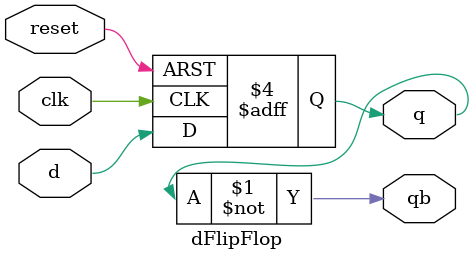
<source format=sv>
`timescale 1ns / 1ps


module dFlipFlop(
    input logic clk,
    input logic reset,
    input logic d,
    output logic q,
    output logic qb
    );
    
    assign qb=~q;
    
    always@(posedge clk, negedge reset) begin
        if(!reset)
            q<=1'b0;
        else
            q<=d;
    end
endmodule

</source>
